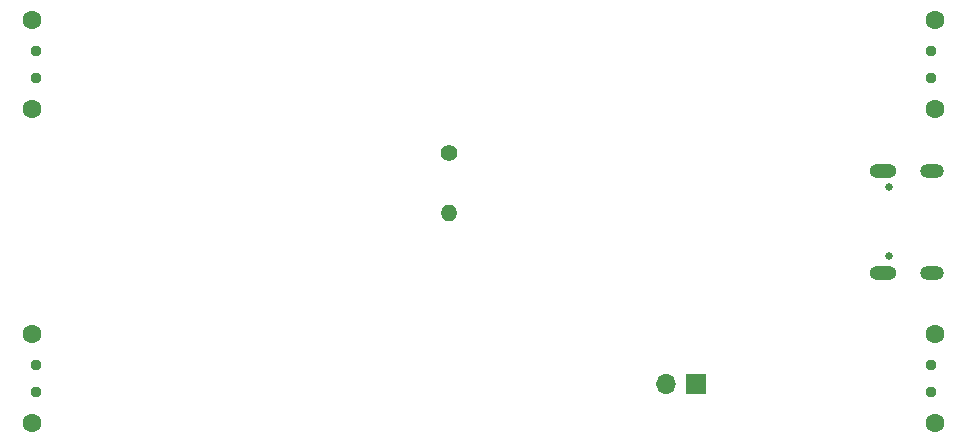
<source format=gbr>
%TF.GenerationSoftware,KiCad,Pcbnew,7.0.9*%
%TF.CreationDate,2023-12-11T11:57:59+01:00*%
%TF.ProjectId,USB E-Paper thing,55534220-452d-4506-9170-657220746869,rev?*%
%TF.SameCoordinates,Original*%
%TF.FileFunction,Soldermask,Bot*%
%TF.FilePolarity,Negative*%
%FSLAX46Y46*%
G04 Gerber Fmt 4.6, Leading zero omitted, Abs format (unit mm)*
G04 Created by KiCad (PCBNEW 7.0.9) date 2023-12-11 11:57:59*
%MOMM*%
%LPD*%
G01*
G04 APERTURE LIST*
%ADD10C,0.950000*%
%ADD11C,1.600000*%
%ADD12C,1.400000*%
%ADD13O,1.400000X1.400000*%
%ADD14C,0.650000*%
%ADD15O,2.300000X1.200000*%
%ADD16O,2.000000X1.200000*%
%ADD17R,1.700000X1.700000*%
%ADD18O,1.700000X1.700000*%
G04 APERTURE END LIST*
D10*
%TO.C,SW3*%
X77400000Y32800000D03*
X77400000Y30500000D03*
D11*
X77700000Y35400000D03*
X77700000Y27900000D03*
%TD*%
D12*
%TO.C,TH1*%
X36576000Y24130000D03*
D13*
X36576000Y19050000D03*
%TD*%
D10*
%TO.C,SW4*%
X77400000Y6200000D03*
X77400000Y3900000D03*
D11*
X77700000Y8800000D03*
X77700000Y1300000D03*
%TD*%
D10*
%TO.C,SW1*%
X1600000Y30500000D03*
X1600000Y32800000D03*
D11*
X1300000Y27900000D03*
X1300000Y35400000D03*
%TD*%
D10*
%TO.C,SW2*%
X1600000Y3900000D03*
X1600000Y6200000D03*
D11*
X1300000Y1300000D03*
X1300000Y8800000D03*
%TD*%
D14*
%TO.C,J6*%
X73820000Y15450000D03*
X73820000Y21240000D03*
D15*
X73320000Y14030000D03*
D16*
X77500000Y14030000D03*
D15*
X73320000Y22670000D03*
D16*
X77500000Y22670000D03*
%TD*%
D17*
%TO.C,J8*%
X57480000Y4620000D03*
D18*
X54940000Y4620000D03*
%TD*%
M02*

</source>
